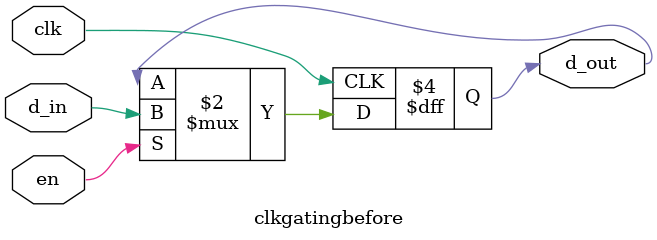
<source format=v>
`timescale 1ns / 1ps
module clkgatingbefore(


input d_in, // Data input
input clk, // clock input
input en,
output reg d_out // output Q


);

always @(posedge clk)
begin
if(en)
d_out<= d_in;
end
endmodule


</source>
